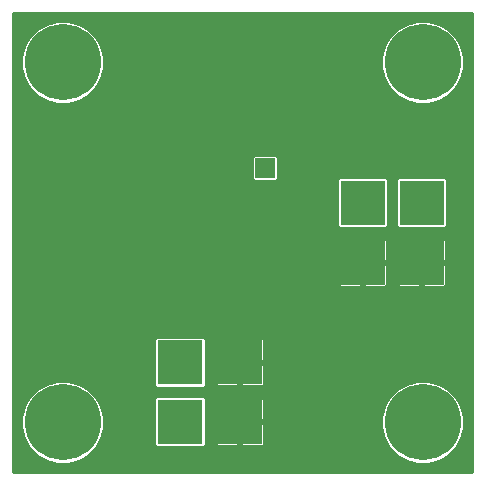
<source format=gbr>
G75*
G70*
%OFA0B0*%
%FSLAX24Y24*%
%IPPOS*%
%LPD*%
%AMOC8*
5,1,8,0,0,1.08239X$1,22.5*
%
%ADD10R,0.1500X0.1500*%
%ADD11C,0.2540*%
%ADD12R,0.0650X0.0650*%
%ADD13C,0.0100*%
%ADD14C,0.0278*%
%ADD15C,0.0357*%
D10*
X006354Y005661D03*
X006354Y007630D03*
X008354Y007630D03*
X008354Y005661D03*
X012448Y010960D03*
X012448Y012960D03*
X014417Y012960D03*
X014417Y010960D03*
D11*
X014448Y005630D03*
X014448Y017630D03*
X002448Y017630D03*
X002448Y005630D03*
D12*
X009189Y014102D03*
D13*
X000798Y019280D02*
X000798Y003980D01*
X016098Y003980D01*
X016098Y019280D01*
X000798Y019280D01*
X000798Y019193D02*
X016098Y019193D01*
X016098Y019094D02*
X000798Y019094D01*
X000798Y018996D02*
X002215Y018996D01*
X002267Y019010D02*
X001916Y018915D01*
X001601Y018734D01*
X001344Y018477D01*
X001162Y018162D01*
X001068Y017811D01*
X001068Y017448D01*
X001162Y017097D01*
X001344Y016782D01*
X001601Y016525D01*
X001916Y016344D01*
X002267Y016250D01*
X002630Y016250D01*
X002981Y016344D01*
X003296Y016525D01*
X003553Y016782D01*
X003734Y017097D01*
X003828Y017448D01*
X003828Y017811D01*
X003734Y018162D01*
X003553Y018477D01*
X003296Y018734D01*
X002981Y018915D01*
X002630Y019010D01*
X002267Y019010D01*
X001884Y018897D02*
X000798Y018897D01*
X000798Y018799D02*
X001713Y018799D01*
X001567Y018700D02*
X000798Y018700D01*
X000798Y018602D02*
X001469Y018602D01*
X001370Y018503D02*
X000798Y018503D01*
X000798Y018405D02*
X001302Y018405D01*
X001246Y018306D02*
X000798Y018306D01*
X000798Y018208D02*
X001189Y018208D01*
X001148Y018109D02*
X000798Y018109D01*
X000798Y018011D02*
X001122Y018011D01*
X001095Y017912D02*
X000798Y017912D01*
X000798Y017814D02*
X001069Y017814D01*
X001068Y017715D02*
X000798Y017715D01*
X000798Y017617D02*
X001068Y017617D01*
X001068Y017518D02*
X000798Y017518D01*
X000798Y017420D02*
X001076Y017420D01*
X001102Y017321D02*
X000798Y017321D01*
X000798Y017223D02*
X001129Y017223D01*
X001155Y017124D02*
X000798Y017124D01*
X000798Y017026D02*
X001204Y017026D01*
X001261Y016927D02*
X000798Y016927D01*
X000798Y016829D02*
X001317Y016829D01*
X001396Y016730D02*
X000798Y016730D01*
X000798Y016632D02*
X001495Y016632D01*
X001593Y016533D02*
X000798Y016533D01*
X000798Y016435D02*
X001758Y016435D01*
X001944Y016336D02*
X000798Y016336D01*
X000798Y016238D02*
X016098Y016238D01*
X016098Y016336D02*
X014953Y016336D01*
X014981Y016344D02*
X014630Y016250D01*
X014267Y016250D01*
X013916Y016344D01*
X013601Y016525D01*
X013344Y016782D01*
X013162Y017097D01*
X013068Y017448D01*
X013068Y017811D01*
X013162Y018162D01*
X013344Y018477D01*
X013601Y018734D01*
X013916Y018915D01*
X014267Y019010D01*
X014630Y019010D01*
X014981Y018915D01*
X015296Y018734D01*
X015553Y018477D01*
X015734Y018162D01*
X015828Y017811D01*
X015828Y017448D01*
X015734Y017097D01*
X015553Y016782D01*
X015296Y016525D01*
X014981Y016344D01*
X015139Y016435D02*
X016098Y016435D01*
X016098Y016533D02*
X015304Y016533D01*
X015402Y016632D02*
X016098Y016632D01*
X016098Y016730D02*
X015501Y016730D01*
X015579Y016829D02*
X016098Y016829D01*
X016098Y016927D02*
X015636Y016927D01*
X015693Y017026D02*
X016098Y017026D01*
X016098Y017124D02*
X015742Y017124D01*
X015768Y017223D02*
X016098Y017223D01*
X016098Y017321D02*
X015794Y017321D01*
X015821Y017420D02*
X016098Y017420D01*
X016098Y017518D02*
X015828Y017518D01*
X015828Y017617D02*
X016098Y017617D01*
X016098Y017715D02*
X015828Y017715D01*
X015828Y017814D02*
X016098Y017814D01*
X016098Y017912D02*
X015801Y017912D01*
X015775Y018011D02*
X016098Y018011D01*
X016098Y018109D02*
X015749Y018109D01*
X015708Y018208D02*
X016098Y018208D01*
X016098Y018306D02*
X015651Y018306D01*
X015594Y018405D02*
X016098Y018405D01*
X016098Y018503D02*
X015527Y018503D01*
X015428Y018602D02*
X016098Y018602D01*
X016098Y018700D02*
X015330Y018700D01*
X015184Y018799D02*
X016098Y018799D01*
X016098Y018897D02*
X015013Y018897D01*
X014682Y018996D02*
X016098Y018996D01*
X014215Y018996D02*
X002682Y018996D01*
X003013Y018897D02*
X013884Y018897D01*
X013713Y018799D02*
X003184Y018799D01*
X003330Y018700D02*
X013567Y018700D01*
X013469Y018602D02*
X003428Y018602D01*
X003527Y018503D02*
X013370Y018503D01*
X013302Y018405D02*
X003594Y018405D01*
X003651Y018306D02*
X013246Y018306D01*
X013189Y018208D02*
X003708Y018208D01*
X003749Y018109D02*
X013148Y018109D01*
X013122Y018011D02*
X003775Y018011D01*
X003801Y017912D02*
X013095Y017912D01*
X013069Y017814D02*
X003828Y017814D01*
X003828Y017715D02*
X013068Y017715D01*
X013068Y017617D02*
X003828Y017617D01*
X003828Y017518D02*
X013068Y017518D01*
X013076Y017420D02*
X003821Y017420D01*
X003794Y017321D02*
X013102Y017321D01*
X013129Y017223D02*
X003768Y017223D01*
X003742Y017124D02*
X013155Y017124D01*
X013204Y017026D02*
X003693Y017026D01*
X003636Y016927D02*
X013261Y016927D01*
X013317Y016829D02*
X003579Y016829D01*
X003501Y016730D02*
X013396Y016730D01*
X013495Y016632D02*
X003402Y016632D01*
X003304Y016533D02*
X013593Y016533D01*
X013758Y016435D02*
X003139Y016435D01*
X002953Y016336D02*
X013944Y016336D01*
X016098Y016139D02*
X000798Y016139D01*
X000798Y016041D02*
X016098Y016041D01*
X016098Y015942D02*
X000798Y015942D01*
X000798Y015844D02*
X016098Y015844D01*
X016098Y015745D02*
X000798Y015745D01*
X000798Y015647D02*
X016098Y015647D01*
X016098Y015548D02*
X000798Y015548D01*
X000798Y015450D02*
X016098Y015450D01*
X016098Y015351D02*
X000798Y015351D01*
X000798Y015253D02*
X016098Y015253D01*
X016098Y015154D02*
X000798Y015154D01*
X000798Y015056D02*
X016098Y015056D01*
X016098Y014957D02*
X000798Y014957D01*
X000798Y014859D02*
X016098Y014859D01*
X016098Y014760D02*
X000798Y014760D01*
X000798Y014662D02*
X016098Y014662D01*
X016098Y014563D02*
X000798Y014563D01*
X000798Y014465D02*
X008754Y014465D01*
X008754Y014473D02*
X008754Y013731D01*
X008818Y013667D01*
X009559Y013667D01*
X009624Y013731D01*
X009624Y014473D01*
X009559Y014537D01*
X008818Y014537D01*
X008754Y014473D01*
X008754Y014366D02*
X000798Y014366D01*
X000798Y014268D02*
X008754Y014268D01*
X008754Y014169D02*
X000798Y014169D01*
X000798Y014071D02*
X008754Y014071D01*
X008754Y013972D02*
X000798Y013972D01*
X000798Y013874D02*
X008754Y013874D01*
X008754Y013775D02*
X000798Y013775D01*
X000798Y013677D02*
X008808Y013677D01*
X009569Y013677D02*
X011588Y013677D01*
X011588Y013756D02*
X011653Y013820D01*
X013244Y013820D01*
X013308Y013756D01*
X013308Y012165D01*
X013244Y012100D01*
X011653Y012100D01*
X011588Y012165D01*
X011588Y013756D01*
X011608Y013775D02*
X009624Y013775D01*
X009624Y013874D02*
X016098Y013874D01*
X016098Y013972D02*
X009624Y013972D01*
X009624Y014071D02*
X016098Y014071D01*
X016098Y014169D02*
X009624Y014169D01*
X009624Y014268D02*
X016098Y014268D01*
X016098Y014366D02*
X009624Y014366D01*
X009624Y014465D02*
X016098Y014465D01*
X016098Y013775D02*
X015258Y013775D01*
X015277Y013756D02*
X015212Y013820D01*
X013621Y013820D01*
X013557Y013756D01*
X013557Y012165D01*
X013621Y012100D01*
X015212Y012100D01*
X015277Y012165D01*
X015277Y013756D01*
X015277Y013677D02*
X016098Y013677D01*
X016098Y013578D02*
X015277Y013578D01*
X015277Y013480D02*
X016098Y013480D01*
X016098Y013381D02*
X015277Y013381D01*
X015277Y013283D02*
X016098Y013283D01*
X016098Y013184D02*
X015277Y013184D01*
X015277Y013086D02*
X016098Y013086D01*
X016098Y012987D02*
X015277Y012987D01*
X015277Y012889D02*
X016098Y012889D01*
X016098Y012790D02*
X015277Y012790D01*
X015277Y012692D02*
X016098Y012692D01*
X016098Y012593D02*
X015277Y012593D01*
X015277Y012495D02*
X016098Y012495D01*
X016098Y012396D02*
X015277Y012396D01*
X015277Y012298D02*
X016098Y012298D01*
X016098Y012199D02*
X015277Y012199D01*
X015213Y012101D02*
X016098Y012101D01*
X016098Y012002D02*
X000798Y012002D01*
X000798Y011904D02*
X016098Y011904D01*
X016098Y011805D02*
X000798Y011805D01*
X000798Y011707D02*
X011648Y011707D01*
X011648Y011720D02*
X011648Y011010D01*
X012398Y011010D01*
X012398Y010910D01*
X011648Y010910D01*
X011648Y010200D01*
X011656Y010182D01*
X011670Y010168D01*
X011688Y010160D01*
X012398Y010160D01*
X012398Y010910D01*
X012498Y010910D01*
X012498Y010160D01*
X013208Y010160D01*
X013227Y010168D01*
X013241Y010182D01*
X013248Y010200D01*
X013248Y010910D01*
X012498Y010910D01*
X012498Y011010D01*
X012398Y011010D01*
X012398Y011760D01*
X011688Y011760D01*
X011670Y011753D01*
X011656Y011739D01*
X011648Y011720D01*
X011648Y011608D02*
X000798Y011608D01*
X000798Y011510D02*
X011648Y011510D01*
X011648Y011411D02*
X000798Y011411D01*
X000798Y011313D02*
X011648Y011313D01*
X011648Y011214D02*
X000798Y011214D01*
X000798Y011116D02*
X011648Y011116D01*
X011648Y011017D02*
X000798Y011017D01*
X000798Y010919D02*
X012398Y010919D01*
X012398Y011017D02*
X012498Y011017D01*
X012498Y011010D02*
X012498Y011760D01*
X013208Y011760D01*
X013227Y011753D01*
X013241Y011739D01*
X013248Y011720D01*
X013248Y011010D01*
X012498Y011010D01*
X012498Y010919D02*
X014367Y010919D01*
X014367Y010910D02*
X013617Y010910D01*
X013617Y010200D01*
X013625Y010182D01*
X013639Y010168D01*
X013657Y010160D01*
X014367Y010160D01*
X014367Y010910D01*
X014467Y010910D01*
X014467Y010160D01*
X015177Y010160D01*
X015195Y010168D01*
X015209Y010182D01*
X015217Y010200D01*
X015217Y010910D01*
X014467Y010910D01*
X014467Y011010D01*
X015217Y011010D01*
X015217Y011720D01*
X015209Y011739D01*
X015195Y011753D01*
X015177Y011760D01*
X014467Y011760D01*
X014467Y011010D01*
X014367Y011010D01*
X014367Y010910D01*
X014367Y010820D02*
X014467Y010820D01*
X014467Y010722D02*
X014367Y010722D01*
X014367Y010623D02*
X014467Y010623D01*
X014467Y010525D02*
X014367Y010525D01*
X014367Y010426D02*
X014467Y010426D01*
X014467Y010328D02*
X014367Y010328D01*
X014367Y010229D02*
X014467Y010229D01*
X014467Y010919D02*
X016098Y010919D01*
X016098Y011017D02*
X015217Y011017D01*
X015217Y011116D02*
X016098Y011116D01*
X016098Y011214D02*
X015217Y011214D01*
X015217Y011313D02*
X016098Y011313D01*
X016098Y011411D02*
X015217Y011411D01*
X015217Y011510D02*
X016098Y011510D01*
X016098Y011608D02*
X015217Y011608D01*
X015217Y011707D02*
X016098Y011707D01*
X016098Y010820D02*
X015217Y010820D01*
X015217Y010722D02*
X016098Y010722D01*
X016098Y010623D02*
X015217Y010623D01*
X015217Y010525D02*
X016098Y010525D01*
X016098Y010426D02*
X015217Y010426D01*
X015217Y010328D02*
X016098Y010328D01*
X016098Y010229D02*
X015217Y010229D01*
X016098Y010131D02*
X000798Y010131D01*
X000798Y010229D02*
X011648Y010229D01*
X011648Y010328D02*
X000798Y010328D01*
X000798Y010426D02*
X011648Y010426D01*
X011648Y010525D02*
X000798Y010525D01*
X000798Y010623D02*
X011648Y010623D01*
X011648Y010722D02*
X000798Y010722D01*
X000798Y010820D02*
X011648Y010820D01*
X012398Y010820D02*
X012498Y010820D01*
X012498Y010722D02*
X012398Y010722D01*
X012398Y010623D02*
X012498Y010623D01*
X012498Y010525D02*
X012398Y010525D01*
X012398Y010426D02*
X012498Y010426D01*
X012498Y010328D02*
X012398Y010328D01*
X012398Y010229D02*
X012498Y010229D01*
X013248Y010229D02*
X013617Y010229D01*
X013617Y010328D02*
X013248Y010328D01*
X013248Y010426D02*
X013617Y010426D01*
X013617Y010525D02*
X013248Y010525D01*
X013248Y010623D02*
X013617Y010623D01*
X013617Y010722D02*
X013248Y010722D01*
X013248Y010820D02*
X013617Y010820D01*
X013617Y011010D02*
X014367Y011010D01*
X014367Y011760D01*
X013657Y011760D01*
X013639Y011753D01*
X013625Y011739D01*
X013617Y011720D01*
X013617Y011010D01*
X013617Y011017D02*
X013248Y011017D01*
X013248Y011116D02*
X013617Y011116D01*
X013617Y011214D02*
X013248Y011214D01*
X013248Y011313D02*
X013617Y011313D01*
X013617Y011411D02*
X013248Y011411D01*
X013248Y011510D02*
X013617Y011510D01*
X013617Y011608D02*
X013248Y011608D01*
X013248Y011707D02*
X013617Y011707D01*
X013621Y012101D02*
X013244Y012101D01*
X013308Y012199D02*
X013557Y012199D01*
X013557Y012298D02*
X013308Y012298D01*
X013308Y012396D02*
X013557Y012396D01*
X013557Y012495D02*
X013308Y012495D01*
X013308Y012593D02*
X013557Y012593D01*
X013557Y012692D02*
X013308Y012692D01*
X013308Y012790D02*
X013557Y012790D01*
X013557Y012889D02*
X013308Y012889D01*
X013308Y012987D02*
X013557Y012987D01*
X013557Y013086D02*
X013308Y013086D01*
X013308Y013184D02*
X013557Y013184D01*
X013557Y013283D02*
X013308Y013283D01*
X013308Y013381D02*
X013557Y013381D01*
X013557Y013480D02*
X013308Y013480D01*
X013308Y013578D02*
X013557Y013578D01*
X013557Y013677D02*
X013308Y013677D01*
X013289Y013775D02*
X013576Y013775D01*
X014367Y011707D02*
X014467Y011707D01*
X014467Y011608D02*
X014367Y011608D01*
X014367Y011510D02*
X014467Y011510D01*
X014467Y011411D02*
X014367Y011411D01*
X014367Y011313D02*
X014467Y011313D01*
X014467Y011214D02*
X014367Y011214D01*
X014367Y011116D02*
X014467Y011116D01*
X014467Y011017D02*
X014367Y011017D01*
X016098Y010032D02*
X000798Y010032D01*
X000798Y009934D02*
X016098Y009934D01*
X016098Y009835D02*
X000798Y009835D01*
X000798Y009737D02*
X016098Y009737D01*
X016098Y009638D02*
X000798Y009638D01*
X000798Y009540D02*
X016098Y009540D01*
X016098Y009441D02*
X000798Y009441D01*
X000798Y009343D02*
X016098Y009343D01*
X016098Y009244D02*
X000798Y009244D01*
X000798Y009146D02*
X016098Y009146D01*
X016098Y009047D02*
X000798Y009047D01*
X000798Y008949D02*
X016098Y008949D01*
X016098Y008850D02*
X000798Y008850D01*
X000798Y008752D02*
X016098Y008752D01*
X016098Y008653D02*
X000798Y008653D01*
X000798Y008555D02*
X016098Y008555D01*
X016098Y008456D02*
X007183Y008456D01*
X007214Y008425D02*
X007150Y008490D01*
X005558Y008490D01*
X005494Y008425D01*
X005494Y006834D01*
X005558Y006770D01*
X007150Y006770D01*
X007214Y006834D01*
X007214Y008425D01*
X007214Y008358D02*
X007554Y008358D01*
X007554Y008389D02*
X007554Y007680D01*
X008304Y007680D01*
X008304Y008430D01*
X007594Y008430D01*
X007576Y008422D01*
X007562Y008408D01*
X007554Y008389D01*
X007554Y008259D02*
X007214Y008259D01*
X007214Y008161D02*
X007554Y008161D01*
X007554Y008062D02*
X007214Y008062D01*
X007214Y007964D02*
X007554Y007964D01*
X007554Y007865D02*
X007214Y007865D01*
X007214Y007767D02*
X007554Y007767D01*
X007554Y007580D02*
X007554Y006870D01*
X007562Y006851D01*
X007576Y006837D01*
X007594Y006830D01*
X008304Y006830D01*
X008304Y007580D01*
X007554Y007580D01*
X007554Y007570D02*
X007214Y007570D01*
X007214Y007668D02*
X008304Y007668D01*
X008304Y007680D02*
X008304Y007580D01*
X008404Y007580D01*
X008404Y007680D01*
X008304Y007680D01*
X008304Y007767D02*
X008404Y007767D01*
X008404Y007680D02*
X008404Y008430D01*
X009114Y008430D01*
X009132Y008422D01*
X009146Y008408D01*
X009154Y008389D01*
X009154Y007680D01*
X008404Y007680D01*
X008404Y007668D02*
X016098Y007668D01*
X016098Y007570D02*
X009154Y007570D01*
X009154Y007580D02*
X008404Y007580D01*
X008404Y006830D01*
X009114Y006830D01*
X009132Y006837D01*
X009146Y006851D01*
X009154Y006870D01*
X009154Y007580D01*
X009154Y007471D02*
X016098Y007471D01*
X016098Y007373D02*
X009154Y007373D01*
X009154Y007274D02*
X016098Y007274D01*
X016098Y007176D02*
X009154Y007176D01*
X009154Y007077D02*
X016098Y007077D01*
X016098Y006979D02*
X014746Y006979D01*
X014630Y007010D02*
X014267Y007010D01*
X013916Y006915D01*
X013601Y006734D01*
X013344Y006477D01*
X013162Y006162D01*
X013068Y005811D01*
X013068Y005448D01*
X013162Y005097D01*
X013344Y004782D01*
X013601Y004525D01*
X013916Y004344D01*
X014267Y004250D01*
X014630Y004250D01*
X014981Y004344D01*
X015296Y004525D01*
X015553Y004782D01*
X015734Y005097D01*
X015828Y005448D01*
X015828Y005811D01*
X015734Y006162D01*
X015553Y006477D01*
X015296Y006734D01*
X014981Y006915D01*
X014630Y007010D01*
X015042Y006880D02*
X016098Y006880D01*
X016098Y006782D02*
X015213Y006782D01*
X015347Y006683D02*
X016098Y006683D01*
X016098Y006585D02*
X015445Y006585D01*
X015544Y006486D02*
X016098Y006486D01*
X016098Y006388D02*
X015604Y006388D01*
X015661Y006289D02*
X016098Y006289D01*
X016098Y006191D02*
X015718Y006191D01*
X015753Y006092D02*
X016098Y006092D01*
X016098Y005994D02*
X015780Y005994D01*
X015806Y005895D02*
X016098Y005895D01*
X016098Y005797D02*
X015828Y005797D01*
X015828Y005698D02*
X016098Y005698D01*
X016098Y005600D02*
X015828Y005600D01*
X015828Y005501D02*
X016098Y005501D01*
X016098Y005403D02*
X015816Y005403D01*
X015790Y005304D02*
X016098Y005304D01*
X016098Y005206D02*
X015763Y005206D01*
X015737Y005107D02*
X016098Y005107D01*
X016098Y005009D02*
X015683Y005009D01*
X015627Y004910D02*
X016098Y004910D01*
X016098Y004812D02*
X015570Y004812D01*
X015484Y004713D02*
X016098Y004713D01*
X016098Y004615D02*
X015385Y004615D01*
X015280Y004516D02*
X016098Y004516D01*
X016098Y004418D02*
X015109Y004418D01*
X014889Y004319D02*
X016098Y004319D01*
X016098Y004221D02*
X000798Y004221D01*
X000798Y004319D02*
X002007Y004319D01*
X001916Y004344D02*
X002267Y004250D01*
X002630Y004250D01*
X002981Y004344D01*
X003296Y004525D01*
X003553Y004782D01*
X003734Y005097D01*
X003828Y005448D01*
X003828Y005811D01*
X003734Y006162D01*
X003553Y006477D01*
X003296Y006734D01*
X002981Y006915D01*
X002630Y007010D01*
X002267Y007010D01*
X001916Y006915D01*
X001601Y006734D01*
X001344Y006477D01*
X001162Y006162D01*
X001068Y005811D01*
X001068Y005448D01*
X001162Y005097D01*
X001344Y004782D01*
X001601Y004525D01*
X001916Y004344D01*
X001788Y004418D02*
X000798Y004418D01*
X000798Y004516D02*
X001617Y004516D01*
X001512Y004615D02*
X000798Y004615D01*
X000798Y004713D02*
X001413Y004713D01*
X001327Y004812D02*
X000798Y004812D01*
X000798Y004910D02*
X001270Y004910D01*
X001213Y005009D02*
X000798Y005009D01*
X000798Y005107D02*
X001160Y005107D01*
X001133Y005206D02*
X000798Y005206D01*
X000798Y005304D02*
X001107Y005304D01*
X001081Y005403D02*
X000798Y005403D01*
X000798Y005501D02*
X001068Y005501D01*
X001068Y005600D02*
X000798Y005600D01*
X000798Y005698D02*
X001068Y005698D01*
X001068Y005797D02*
X000798Y005797D01*
X000798Y005895D02*
X001091Y005895D01*
X001117Y005994D02*
X000798Y005994D01*
X000798Y006092D02*
X001144Y006092D01*
X001179Y006191D02*
X000798Y006191D01*
X000798Y006289D02*
X001236Y006289D01*
X001293Y006388D02*
X000798Y006388D01*
X000798Y006486D02*
X001353Y006486D01*
X001452Y006585D02*
X000798Y006585D01*
X000798Y006683D02*
X001550Y006683D01*
X001684Y006782D02*
X000798Y006782D01*
X000798Y006880D02*
X001854Y006880D01*
X002151Y006979D02*
X000798Y006979D01*
X000798Y007077D02*
X005494Y007077D01*
X005494Y006979D02*
X002746Y006979D01*
X003042Y006880D02*
X005494Y006880D01*
X005546Y006782D02*
X003213Y006782D01*
X003347Y006683D02*
X013550Y006683D01*
X013452Y006585D02*
X003445Y006585D01*
X003544Y006486D02*
X005523Y006486D01*
X005494Y006457D02*
X005558Y006521D01*
X007150Y006521D01*
X007214Y006457D01*
X007214Y004865D01*
X007150Y004801D01*
X005558Y004801D01*
X005494Y004865D01*
X005494Y006457D01*
X005494Y006388D02*
X003604Y006388D01*
X003661Y006289D02*
X005494Y006289D01*
X005494Y006191D02*
X003718Y006191D01*
X003753Y006092D02*
X005494Y006092D01*
X005494Y005994D02*
X003780Y005994D01*
X003806Y005895D02*
X005494Y005895D01*
X005494Y005797D02*
X003828Y005797D01*
X003828Y005698D02*
X005494Y005698D01*
X005494Y005600D02*
X003828Y005600D01*
X003828Y005501D02*
X005494Y005501D01*
X005494Y005403D02*
X003816Y005403D01*
X003790Y005304D02*
X005494Y005304D01*
X005494Y005206D02*
X003763Y005206D01*
X003737Y005107D02*
X005494Y005107D01*
X005494Y005009D02*
X003683Y005009D01*
X003627Y004910D02*
X005494Y004910D01*
X005548Y004812D02*
X003570Y004812D01*
X003484Y004713D02*
X013413Y004713D01*
X013327Y004812D02*
X007160Y004812D01*
X007214Y004910D02*
X007554Y004910D01*
X007554Y004901D02*
X007562Y004883D01*
X007576Y004869D01*
X007594Y004861D01*
X008304Y004861D01*
X008304Y005611D01*
X008404Y005611D01*
X008404Y005711D01*
X009154Y005711D01*
X009154Y006421D01*
X009146Y006439D01*
X009132Y006453D01*
X009114Y006461D01*
X008404Y006461D01*
X008404Y005711D01*
X008304Y005711D01*
X008304Y006461D01*
X007594Y006461D01*
X007576Y006453D01*
X007562Y006439D01*
X007554Y006421D01*
X007554Y005711D01*
X008304Y005711D01*
X008304Y005611D01*
X007554Y005611D01*
X007554Y004901D01*
X007554Y005009D02*
X007214Y005009D01*
X007214Y005107D02*
X007554Y005107D01*
X007554Y005206D02*
X007214Y005206D01*
X007214Y005304D02*
X007554Y005304D01*
X007554Y005403D02*
X007214Y005403D01*
X007214Y005501D02*
X007554Y005501D01*
X007554Y005600D02*
X007214Y005600D01*
X007214Y005698D02*
X008304Y005698D01*
X008304Y005600D02*
X008404Y005600D01*
X008404Y005611D02*
X008404Y004861D01*
X009114Y004861D01*
X009132Y004869D01*
X009146Y004883D01*
X009154Y004901D01*
X009154Y005611D01*
X008404Y005611D01*
X008404Y005698D02*
X013068Y005698D01*
X013068Y005600D02*
X009154Y005600D01*
X009154Y005501D02*
X013068Y005501D01*
X013081Y005403D02*
X009154Y005403D01*
X009154Y005304D02*
X013107Y005304D01*
X013133Y005206D02*
X009154Y005206D01*
X009154Y005107D02*
X013160Y005107D01*
X013213Y005009D02*
X009154Y005009D01*
X009154Y004910D02*
X013270Y004910D01*
X013512Y004615D02*
X003385Y004615D01*
X003280Y004516D02*
X013617Y004516D01*
X013788Y004418D02*
X003109Y004418D01*
X002889Y004319D02*
X014007Y004319D01*
X013068Y005797D02*
X009154Y005797D01*
X009154Y005895D02*
X013091Y005895D01*
X013117Y005994D02*
X009154Y005994D01*
X009154Y006092D02*
X013144Y006092D01*
X013179Y006191D02*
X009154Y006191D01*
X009154Y006289D02*
X013236Y006289D01*
X013293Y006388D02*
X009154Y006388D01*
X009154Y006880D02*
X013854Y006880D01*
X013684Y006782D02*
X007162Y006782D01*
X007214Y006880D02*
X007554Y006880D01*
X007554Y006979D02*
X007214Y006979D01*
X007214Y007077D02*
X007554Y007077D01*
X007554Y007176D02*
X007214Y007176D01*
X007214Y007274D02*
X007554Y007274D01*
X007554Y007373D02*
X007214Y007373D01*
X007214Y007471D02*
X007554Y007471D01*
X008304Y007471D02*
X008404Y007471D01*
X008404Y007373D02*
X008304Y007373D01*
X008304Y007274D02*
X008404Y007274D01*
X008404Y007176D02*
X008304Y007176D01*
X008304Y007077D02*
X008404Y007077D01*
X008404Y006979D02*
X008304Y006979D01*
X008304Y006880D02*
X008404Y006880D01*
X008404Y006388D02*
X008304Y006388D01*
X008304Y006289D02*
X008404Y006289D01*
X008404Y006191D02*
X008304Y006191D01*
X008304Y006092D02*
X008404Y006092D01*
X008404Y005994D02*
X008304Y005994D01*
X008304Y005895D02*
X008404Y005895D01*
X008404Y005797D02*
X008304Y005797D01*
X008304Y005501D02*
X008404Y005501D01*
X008404Y005403D02*
X008304Y005403D01*
X008304Y005304D02*
X008404Y005304D01*
X008404Y005206D02*
X008304Y005206D01*
X008304Y005107D02*
X008404Y005107D01*
X008404Y005009D02*
X008304Y005009D01*
X008304Y004910D02*
X008404Y004910D01*
X007554Y005797D02*
X007214Y005797D01*
X007214Y005895D02*
X007554Y005895D01*
X007554Y005994D02*
X007214Y005994D01*
X007214Y006092D02*
X007554Y006092D01*
X007554Y006191D02*
X007214Y006191D01*
X007214Y006289D02*
X007554Y006289D01*
X007554Y006388D02*
X007214Y006388D01*
X007184Y006486D02*
X013353Y006486D01*
X014151Y006979D02*
X009154Y006979D01*
X009154Y007767D02*
X016098Y007767D01*
X016098Y007865D02*
X009154Y007865D01*
X009154Y007964D02*
X016098Y007964D01*
X016098Y008062D02*
X009154Y008062D01*
X009154Y008161D02*
X016098Y008161D01*
X016098Y008259D02*
X009154Y008259D01*
X009154Y008358D02*
X016098Y008358D01*
X012498Y011116D02*
X012398Y011116D01*
X012398Y011214D02*
X012498Y011214D01*
X012498Y011313D02*
X012398Y011313D01*
X012398Y011411D02*
X012498Y011411D01*
X012498Y011510D02*
X012398Y011510D01*
X012398Y011608D02*
X012498Y011608D01*
X012498Y011707D02*
X012398Y011707D01*
X011653Y012101D02*
X000798Y012101D01*
X000798Y012199D02*
X011588Y012199D01*
X011588Y012298D02*
X000798Y012298D01*
X000798Y012396D02*
X011588Y012396D01*
X011588Y012495D02*
X000798Y012495D01*
X000798Y012593D02*
X011588Y012593D01*
X011588Y012692D02*
X000798Y012692D01*
X000798Y012790D02*
X011588Y012790D01*
X011588Y012889D02*
X000798Y012889D01*
X000798Y012987D02*
X011588Y012987D01*
X011588Y013086D02*
X000798Y013086D01*
X000798Y013184D02*
X011588Y013184D01*
X011588Y013283D02*
X000798Y013283D01*
X000798Y013381D02*
X011588Y013381D01*
X011588Y013480D02*
X000798Y013480D01*
X000798Y013578D02*
X011588Y013578D01*
X008404Y008358D02*
X008304Y008358D01*
X008304Y008259D02*
X008404Y008259D01*
X008404Y008161D02*
X008304Y008161D01*
X008304Y008062D02*
X008404Y008062D01*
X008404Y007964D02*
X008304Y007964D01*
X008304Y007865D02*
X008404Y007865D01*
X008404Y007570D02*
X008304Y007570D01*
X005494Y007570D02*
X000798Y007570D01*
X000798Y007668D02*
X005494Y007668D01*
X005494Y007767D02*
X000798Y007767D01*
X000798Y007865D02*
X005494Y007865D01*
X005494Y007964D02*
X000798Y007964D01*
X000798Y008062D02*
X005494Y008062D01*
X005494Y008161D02*
X000798Y008161D01*
X000798Y008259D02*
X005494Y008259D01*
X005494Y008358D02*
X000798Y008358D01*
X000798Y008456D02*
X005525Y008456D01*
X005494Y007471D02*
X000798Y007471D01*
X000798Y007373D02*
X005494Y007373D01*
X005494Y007274D02*
X000798Y007274D01*
X000798Y007176D02*
X005494Y007176D01*
X000798Y004122D02*
X016098Y004122D01*
X016098Y004024D02*
X000798Y004024D01*
D14*
X008007Y013078D03*
X008007Y013472D03*
X007614Y013472D03*
X007614Y013866D03*
X008007Y013866D03*
X008401Y013866D03*
X008401Y013472D03*
X008401Y013078D03*
X008795Y013472D03*
X009189Y013472D03*
X007220Y013472D03*
X007220Y013866D03*
X007220Y014259D03*
D15*
X005173Y014181D03*
X005094Y012960D03*
X003716Y011346D03*
X005370Y010224D03*
X005370Y009633D03*
X006059Y009633D03*
X006059Y010224D03*
X006944Y009535D03*
X006944Y008944D03*
X007929Y008748D03*
X007929Y009240D03*
X008519Y009240D03*
X008519Y008748D03*
X009110Y008748D03*
X009110Y009240D03*
X009897Y009535D03*
X009897Y008944D03*
X009897Y008354D03*
X009897Y008354D03*
X009897Y007763D03*
X009897Y007173D03*
X010488Y007173D03*
X010488Y007763D03*
X010488Y008354D03*
X011039Y008354D03*
X011078Y008944D03*
X011078Y009535D03*
X010488Y009535D03*
X010488Y008944D03*
X010488Y010126D03*
X011078Y010126D03*
X011669Y009535D03*
X011669Y008944D03*
X012259Y009535D03*
X012850Y009535D03*
X013441Y009535D03*
X014031Y009535D03*
X014543Y009535D03*
X015055Y009535D03*
X015567Y009535D03*
X015803Y014259D03*
X015212Y014259D03*
X014622Y014259D03*
X014031Y014259D03*
X014031Y016031D03*
X014622Y016031D03*
X015212Y016031D03*
X015803Y015441D03*
X015803Y014850D03*
X012850Y016622D03*
X012299Y017803D03*
X011669Y017803D03*
X011669Y018393D03*
X011078Y018393D03*
X010488Y018393D03*
X010488Y017803D03*
X011078Y017803D03*
X011078Y018984D03*
X010488Y018984D03*
X011669Y018984D03*
X006354Y018984D03*
X005763Y018984D03*
X005173Y018984D03*
X005173Y018393D03*
X005173Y017803D03*
X005763Y017803D03*
X005763Y018393D03*
X006354Y018393D03*
X006354Y017803D03*
X005173Y016622D03*
X004582Y016622D03*
X003992Y016622D03*
X003992Y016031D03*
X003992Y015441D03*
X003401Y015441D03*
X002811Y015441D03*
X002220Y015441D03*
X001630Y015441D03*
X001630Y014850D03*
X001630Y014259D03*
X001630Y013669D03*
X001630Y013078D03*
X001630Y012488D03*
X001630Y011897D03*
X001630Y011307D03*
X001630Y010716D03*
X001630Y010126D03*
X001630Y009535D03*
X001630Y008944D03*
X001630Y008354D03*
X002220Y008354D03*
X002220Y007763D03*
X001630Y007763D03*
X001039Y007763D03*
X001039Y008354D03*
X001039Y008944D03*
X001039Y009535D03*
X001039Y010126D03*
X001039Y010716D03*
X001039Y011307D03*
X001039Y011897D03*
X001039Y012488D03*
X001039Y013078D03*
X001039Y013669D03*
X001039Y014259D03*
X001039Y014850D03*
X001039Y015441D03*
X002811Y008354D03*
X003401Y008354D03*
X003401Y007763D03*
X003401Y007173D03*
X002811Y007763D03*
X004740Y007763D03*
X004582Y004811D03*
X003992Y004811D03*
X004582Y004220D03*
X005173Y004220D03*
X005763Y004220D03*
X006354Y004220D03*
X006944Y004220D03*
X007535Y004220D03*
X008126Y004220D03*
X008716Y004220D03*
X009307Y004220D03*
X009897Y004220D03*
X009897Y004811D03*
X010488Y004811D03*
X011078Y004811D03*
X010488Y004220D03*
X011078Y005598D03*
X011078Y006110D03*
X011078Y006622D03*
X011078Y007173D03*
X009897Y010126D03*
X010488Y011897D03*
X011078Y011897D03*
X009897Y012488D03*
M02*

</source>
